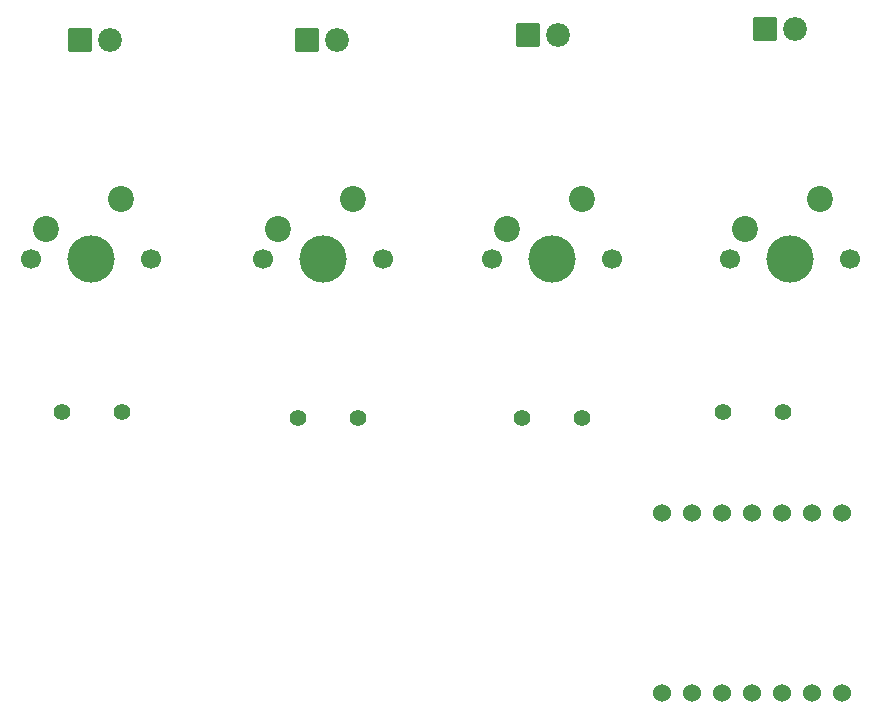
<source format=gbr>
%TF.GenerationSoftware,KiCad,Pcbnew,9.0.3-9.0.3-0~ubuntu24.04.1*%
%TF.CreationDate,2025-07-29T06:12:15+03:00*%
%TF.ProjectId,PCB,5043422e-6b69-4636-9164-5f7063625858,rev?*%
%TF.SameCoordinates,Original*%
%TF.FileFunction,Soldermask,Bot*%
%TF.FilePolarity,Negative*%
%FSLAX46Y46*%
G04 Gerber Fmt 4.6, Leading zero omitted, Abs format (unit mm)*
G04 Created by KiCad (PCBNEW 9.0.3-9.0.3-0~ubuntu24.04.1) date 2025-07-29 06:12:15*
%MOMM*%
%LPD*%
G01*
G04 APERTURE LIST*
G04 Aperture macros list*
%AMRoundRect*
0 Rectangle with rounded corners*
0 $1 Rounding radius*
0 $2 $3 $4 $5 $6 $7 $8 $9 X,Y pos of 4 corners*
0 Add a 4 corners polygon primitive as box body*
4,1,4,$2,$3,$4,$5,$6,$7,$8,$9,$2,$3,0*
0 Add four circle primitives for the rounded corners*
1,1,$1+$1,$2,$3*
1,1,$1+$1,$4,$5*
1,1,$1+$1,$6,$7*
1,1,$1+$1,$8,$9*
0 Add four rect primitives between the rounded corners*
20,1,$1+$1,$2,$3,$4,$5,0*
20,1,$1+$1,$4,$5,$6,$7,0*
20,1,$1+$1,$6,$7,$8,$9,0*
20,1,$1+$1,$8,$9,$2,$3,0*%
G04 Aperture macros list end*
%ADD10C,1.524000*%
%ADD11C,1.400000*%
%ADD12C,2.019000*%
%ADD13RoundRect,0.102000X-0.907500X-0.907500X0.907500X-0.907500X0.907500X0.907500X-0.907500X0.907500X0*%
%ADD14C,1.700000*%
%ADD15C,4.000000*%
%ADD16C,2.200000*%
G04 APERTURE END LIST*
D10*
%TO.C,U1*%
X230500000Y-113740000D03*
X227960000Y-113740000D03*
X225420000Y-113740000D03*
X222880000Y-113740000D03*
X220340000Y-113740000D03*
X217800000Y-113740000D03*
X215260000Y-113740000D03*
X215260000Y-98500000D03*
X217800000Y-98500000D03*
X220340000Y-98500000D03*
X222880000Y-98500000D03*
X225420000Y-98500000D03*
X227960000Y-98500000D03*
X230500000Y-98500000D03*
%TD*%
D11*
%TO.C,R4*%
X225500000Y-90000000D03*
X220420000Y-90000000D03*
%TD*%
D12*
%TO.C,D1*%
X168500000Y-58500000D03*
D13*
X165960000Y-58500000D03*
%TD*%
D14*
%TO.C,SW4*%
X221000000Y-77040000D03*
D15*
X226080000Y-77040000D03*
D14*
X231160000Y-77040000D03*
D16*
X228620000Y-71960000D03*
X222270000Y-74500000D03*
%TD*%
D14*
%TO.C,SW3*%
X200840000Y-77000000D03*
D15*
X205920000Y-77000000D03*
D14*
X211000000Y-77000000D03*
D16*
X208460000Y-71920000D03*
X202110000Y-74460000D03*
%TD*%
D14*
%TO.C,SW2*%
X181500000Y-77040000D03*
D15*
X186580000Y-77040000D03*
D14*
X191660000Y-77040000D03*
D16*
X189120000Y-71960000D03*
X182770000Y-74500000D03*
%TD*%
D14*
%TO.C,SW1*%
X161840000Y-77000000D03*
D15*
X166920000Y-77000000D03*
D14*
X172000000Y-77000000D03*
D16*
X169460000Y-71920000D03*
X163110000Y-74460000D03*
%TD*%
D11*
%TO.C,R3*%
X203420000Y-90500000D03*
X208500000Y-90500000D03*
%TD*%
%TO.C,R2*%
X184460000Y-90500000D03*
X189540000Y-90500000D03*
%TD*%
D13*
%TO.C,D4*%
X223960000Y-57500000D03*
D12*
X226500000Y-57500000D03*
%TD*%
D13*
%TO.C,D3*%
X203960000Y-58000000D03*
D12*
X206500000Y-58000000D03*
%TD*%
D13*
%TO.C,D2*%
X185230000Y-58500000D03*
D12*
X187770000Y-58500000D03*
%TD*%
D11*
%TO.C,R1*%
X164460000Y-90000000D03*
X169540000Y-90000000D03*
%TD*%
M02*

</source>
